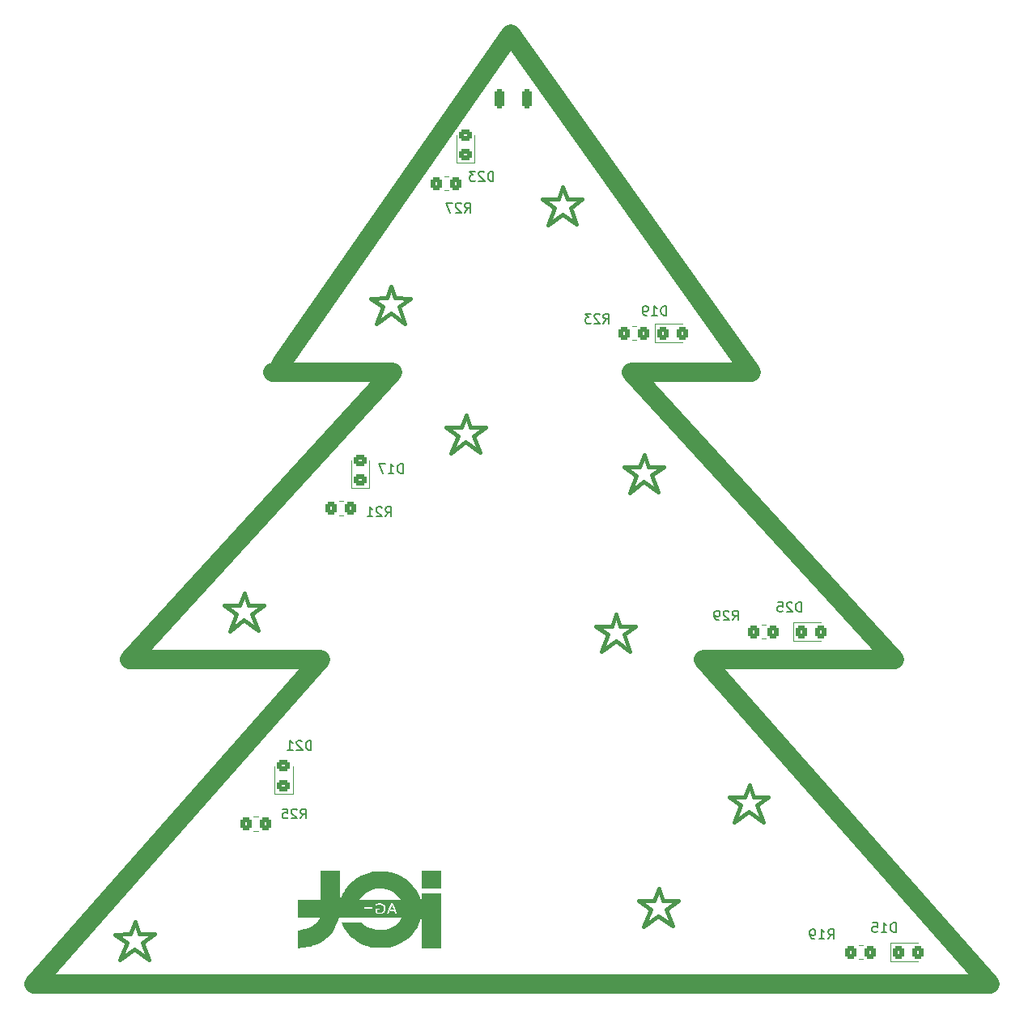
<source format=gbo>
G04 #@! TF.GenerationSoftware,KiCad,Pcbnew,7.0.8*
G04 #@! TF.CreationDate,2024-10-11T08:25:37+02:00*
G04 #@! TF.ProjectId,PCB_Christmas_Tree,5043425f-4368-4726-9973-746d61735f54,rev?*
G04 #@! TF.SameCoordinates,Original*
G04 #@! TF.FileFunction,Legend,Bot*
G04 #@! TF.FilePolarity,Positive*
%FSLAX46Y46*%
G04 Gerber Fmt 4.6, Leading zero omitted, Abs format (unit mm)*
G04 Created by KiCad (PCBNEW 7.0.8) date 2024-10-11 08:25:37*
%MOMM*%
%LPD*%
G01*
G04 APERTURE LIST*
G04 Aperture macros list*
%AMRoundRect*
0 Rectangle with rounded corners*
0 $1 Rounding radius*
0 $2 $3 $4 $5 $6 $7 $8 $9 X,Y pos of 4 corners*
0 Add a 4 corners polygon primitive as box body*
4,1,4,$2,$3,$4,$5,$6,$7,$8,$9,$2,$3,0*
0 Add four circle primitives for the rounded corners*
1,1,$1+$1,$2,$3*
1,1,$1+$1,$4,$5*
1,1,$1+$1,$6,$7*
1,1,$1+$1,$8,$9*
0 Add four rect primitives between the rounded corners*
20,1,$1+$1,$2,$3,$4,$5,0*
20,1,$1+$1,$4,$5,$6,$7,0*
20,1,$1+$1,$6,$7,$8,$9,0*
20,1,$1+$1,$8,$9,$2,$3,0*%
G04 Aperture macros list end*
%ADD10C,0.400000*%
%ADD11C,2.000000*%
%ADD12C,0.150000*%
%ADD13C,0.120000*%
%ADD14R,3.000000X2.000000*%
%ADD15RoundRect,0.250000X0.450000X-0.325000X0.450000X0.325000X-0.450000X0.325000X-0.450000X-0.325000X0*%
%ADD16RoundRect,0.250000X0.350000X0.450000X-0.350000X0.450000X-0.350000X-0.450000X0.350000X-0.450000X0*%
%ADD17RoundRect,0.250000X0.250000X0.750000X-0.250000X0.750000X-0.250000X-0.750000X0.250000X-0.750000X0*%
%ADD18RoundRect,0.250000X-0.325000X-0.450000X0.325000X-0.450000X0.325000X0.450000X-0.325000X0.450000X0*%
G04 APERTURE END LIST*
D10*
X112013000Y-134728000D02*
X113483000Y-135808000D01*
X123543000Y-122288000D02*
X121973000Y-122278000D01*
X57263000Y-135388000D02*
X56803000Y-136648000D01*
X109663000Y-88658000D02*
X108983000Y-90438000D01*
X106723000Y-105328000D02*
X106043000Y-107108000D01*
X92713000Y-84508000D02*
X93913000Y-83618000D01*
X57233000Y-138208000D02*
X58703000Y-139288000D01*
X119413000Y-122298000D02*
X120663000Y-123188000D01*
D11*
X71703000Y-77888000D02*
X84203000Y-77888000D01*
D10*
X102843000Y-60658000D02*
X104043000Y-59768000D01*
X70723000Y-102248000D02*
X69153000Y-102238000D01*
X58083000Y-137548000D02*
X59283000Y-136658000D01*
X91033000Y-84518000D02*
X90353000Y-86298000D01*
X68703000Y-100978000D02*
X68243000Y-102238000D01*
X66593000Y-102258000D02*
X68243000Y-102238000D01*
X121523000Y-121018000D02*
X121973000Y-122278000D01*
X101993000Y-61318000D02*
X100483000Y-62448000D01*
X122343000Y-123178000D02*
X123543000Y-122288000D01*
X99913000Y-59778000D02*
X101563000Y-59758000D01*
X111343000Y-88648000D02*
X112543000Y-87758000D01*
X102023000Y-58498000D02*
X102473000Y-59758000D01*
X57263000Y-135388000D02*
X57713000Y-136648000D01*
X111183000Y-134078000D02*
X110503000Y-135858000D01*
X92713000Y-84508000D02*
X93333000Y-86248000D01*
X89783000Y-83628000D02*
X91433000Y-83608000D01*
X55153000Y-136668000D02*
X56403000Y-137558000D01*
X107553000Y-105978000D02*
X109023000Y-107058000D01*
X58083000Y-137548000D02*
X58703000Y-139288000D01*
X112043000Y-131908000D02*
X112493000Y-133168000D01*
X110523000Y-86488000D02*
X110063000Y-87748000D01*
X122343000Y-123178000D02*
X122963000Y-124918000D01*
D11*
X116703000Y-107888000D02*
X146703000Y-141888000D01*
D10*
X83193000Y-71018000D02*
X82513000Y-72798000D01*
X81943000Y-70128000D02*
X83193000Y-71018000D01*
X68673000Y-103798000D02*
X70143000Y-104878000D01*
D11*
X109203000Y-77888000D02*
X136703000Y-107888000D01*
X84203000Y-77888000D02*
X56703000Y-107888000D01*
D10*
X101163000Y-60668000D02*
X100483000Y-62448000D01*
X108413000Y-87768000D02*
X109663000Y-88658000D01*
D11*
X96595000Y-42455000D02*
X72495000Y-77055000D01*
D10*
X84873000Y-71008000D02*
X85493000Y-72748000D01*
X121523000Y-121018000D02*
X121063000Y-122278000D01*
X81943000Y-70128000D02*
X83593000Y-70108000D01*
X109933000Y-133188000D02*
X111583000Y-133168000D01*
D11*
X146703000Y-141888000D02*
X46703000Y-141888000D01*
D10*
X84023000Y-71668000D02*
X85493000Y-72748000D01*
X108413000Y-87768000D02*
X110063000Y-87748000D01*
X120663000Y-123188000D02*
X119983000Y-124968000D01*
X99913000Y-59778000D02*
X101163000Y-60668000D01*
D11*
X76703000Y-107888000D02*
X46703000Y-141888000D01*
D10*
X112013000Y-134728000D02*
X110503000Y-135858000D01*
X110493000Y-89308000D02*
X111963000Y-90388000D01*
X114063000Y-133178000D02*
X112493000Y-133168000D01*
X89783000Y-83628000D02*
X91033000Y-84518000D01*
X112863000Y-134068000D02*
X114063000Y-133178000D01*
D11*
X76703000Y-107888000D02*
X56703000Y-107888000D01*
D10*
X111343000Y-88648000D02*
X111963000Y-90388000D01*
X105473000Y-104438000D02*
X106723000Y-105328000D01*
X84023000Y-71668000D02*
X82513000Y-72798000D01*
X55153000Y-136668000D02*
X56803000Y-136648000D01*
X102843000Y-60658000D02*
X103463000Y-62398000D01*
X112863000Y-134068000D02*
X113483000Y-135808000D01*
D11*
X96595000Y-42455000D02*
X121703000Y-77888000D01*
D10*
X59283000Y-136658000D02*
X57713000Y-136648000D01*
X91863000Y-85168000D02*
X93333000Y-86248000D01*
X121493000Y-123838000D02*
X122963000Y-124918000D01*
D11*
X136703000Y-107888000D02*
X116703000Y-107888000D01*
D10*
X67843000Y-103148000D02*
X67163000Y-104928000D01*
X57233000Y-138208000D02*
X55723000Y-139338000D01*
X93913000Y-83618000D02*
X92343000Y-83608000D01*
X84053000Y-68848000D02*
X83593000Y-70108000D01*
X119413000Y-122298000D02*
X121063000Y-122278000D01*
X91863000Y-85168000D02*
X90353000Y-86298000D01*
X68703000Y-100978000D02*
X69153000Y-102238000D01*
X102023000Y-58498000D02*
X101563000Y-59758000D01*
X110493000Y-89308000D02*
X108983000Y-90438000D01*
X68673000Y-103798000D02*
X67163000Y-104928000D01*
X56403000Y-137558000D02*
X55723000Y-139338000D01*
X112043000Y-131908000D02*
X111583000Y-133168000D01*
X110523000Y-86488000D02*
X110973000Y-87748000D01*
X86073000Y-70118000D02*
X84503000Y-70108000D01*
X108403000Y-105318000D02*
X109023000Y-107058000D01*
X69523000Y-103138000D02*
X70143000Y-104878000D01*
X107583000Y-103158000D02*
X108033000Y-104418000D01*
X121493000Y-123838000D02*
X119983000Y-124968000D01*
X66593000Y-102258000D02*
X67843000Y-103148000D01*
X109933000Y-133188000D02*
X111183000Y-134078000D01*
D11*
X109203000Y-77888000D02*
X121703000Y-77888000D01*
D10*
X101993000Y-61318000D02*
X103463000Y-62398000D01*
X91893000Y-82348000D02*
X91433000Y-83608000D01*
X105473000Y-104438000D02*
X107123000Y-104418000D01*
X107553000Y-105978000D02*
X106043000Y-107108000D01*
X84053000Y-68848000D02*
X84503000Y-70108000D01*
X107583000Y-103158000D02*
X107123000Y-104418000D01*
X112543000Y-87758000D02*
X110973000Y-87748000D01*
X104043000Y-59768000D02*
X102473000Y-59758000D01*
X108403000Y-105318000D02*
X109603000Y-104428000D01*
X91893000Y-82348000D02*
X92343000Y-83608000D01*
X69523000Y-103138000D02*
X70723000Y-102248000D01*
X109603000Y-104428000D02*
X108033000Y-104418000D01*
X84873000Y-71008000D02*
X86073000Y-70118000D01*
D12*
X94737285Y-57852819D02*
X94737285Y-56852819D01*
X94737285Y-56852819D02*
X94499190Y-56852819D01*
X94499190Y-56852819D02*
X94356333Y-56900438D01*
X94356333Y-56900438D02*
X94261095Y-56995676D01*
X94261095Y-56995676D02*
X94213476Y-57090914D01*
X94213476Y-57090914D02*
X94165857Y-57281390D01*
X94165857Y-57281390D02*
X94165857Y-57424247D01*
X94165857Y-57424247D02*
X94213476Y-57614723D01*
X94213476Y-57614723D02*
X94261095Y-57709961D01*
X94261095Y-57709961D02*
X94356333Y-57805200D01*
X94356333Y-57805200D02*
X94499190Y-57852819D01*
X94499190Y-57852819D02*
X94737285Y-57852819D01*
X93784904Y-56948057D02*
X93737285Y-56900438D01*
X93737285Y-56900438D02*
X93642047Y-56852819D01*
X93642047Y-56852819D02*
X93403952Y-56852819D01*
X93403952Y-56852819D02*
X93308714Y-56900438D01*
X93308714Y-56900438D02*
X93261095Y-56948057D01*
X93261095Y-56948057D02*
X93213476Y-57043295D01*
X93213476Y-57043295D02*
X93213476Y-57138533D01*
X93213476Y-57138533D02*
X93261095Y-57281390D01*
X93261095Y-57281390D02*
X93832523Y-57852819D01*
X93832523Y-57852819D02*
X93213476Y-57852819D01*
X92880142Y-56852819D02*
X92261095Y-56852819D01*
X92261095Y-56852819D02*
X92594428Y-57233771D01*
X92594428Y-57233771D02*
X92451571Y-57233771D01*
X92451571Y-57233771D02*
X92356333Y-57281390D01*
X92356333Y-57281390D02*
X92308714Y-57329009D01*
X92308714Y-57329009D02*
X92261095Y-57424247D01*
X92261095Y-57424247D02*
X92261095Y-57662342D01*
X92261095Y-57662342D02*
X92308714Y-57757580D01*
X92308714Y-57757580D02*
X92356333Y-57805200D01*
X92356333Y-57805200D02*
X92451571Y-57852819D01*
X92451571Y-57852819D02*
X92737285Y-57852819D01*
X92737285Y-57852819D02*
X92832523Y-57805200D01*
X92832523Y-57805200D02*
X92880142Y-57757580D01*
X74565857Y-124552819D02*
X74899190Y-124076628D01*
X75137285Y-124552819D02*
X75137285Y-123552819D01*
X75137285Y-123552819D02*
X74756333Y-123552819D01*
X74756333Y-123552819D02*
X74661095Y-123600438D01*
X74661095Y-123600438D02*
X74613476Y-123648057D01*
X74613476Y-123648057D02*
X74565857Y-123743295D01*
X74565857Y-123743295D02*
X74565857Y-123886152D01*
X74565857Y-123886152D02*
X74613476Y-123981390D01*
X74613476Y-123981390D02*
X74661095Y-124029009D01*
X74661095Y-124029009D02*
X74756333Y-124076628D01*
X74756333Y-124076628D02*
X75137285Y-124076628D01*
X74184904Y-123648057D02*
X74137285Y-123600438D01*
X74137285Y-123600438D02*
X74042047Y-123552819D01*
X74042047Y-123552819D02*
X73803952Y-123552819D01*
X73803952Y-123552819D02*
X73708714Y-123600438D01*
X73708714Y-123600438D02*
X73661095Y-123648057D01*
X73661095Y-123648057D02*
X73613476Y-123743295D01*
X73613476Y-123743295D02*
X73613476Y-123838533D01*
X73613476Y-123838533D02*
X73661095Y-123981390D01*
X73661095Y-123981390D02*
X74232523Y-124552819D01*
X74232523Y-124552819D02*
X73613476Y-124552819D01*
X72708714Y-123552819D02*
X73184904Y-123552819D01*
X73184904Y-123552819D02*
X73232523Y-124029009D01*
X73232523Y-124029009D02*
X73184904Y-123981390D01*
X73184904Y-123981390D02*
X73089666Y-123933771D01*
X73089666Y-123933771D02*
X72851571Y-123933771D01*
X72851571Y-123933771D02*
X72756333Y-123981390D01*
X72756333Y-123981390D02*
X72708714Y-124029009D01*
X72708714Y-124029009D02*
X72661095Y-124124247D01*
X72661095Y-124124247D02*
X72661095Y-124362342D01*
X72661095Y-124362342D02*
X72708714Y-124457580D01*
X72708714Y-124457580D02*
X72756333Y-124505200D01*
X72756333Y-124505200D02*
X72851571Y-124552819D01*
X72851571Y-124552819D02*
X73089666Y-124552819D01*
X73089666Y-124552819D02*
X73184904Y-124505200D01*
X73184904Y-124505200D02*
X73232523Y-124457580D01*
X129765857Y-137152819D02*
X130099190Y-136676628D01*
X130337285Y-137152819D02*
X130337285Y-136152819D01*
X130337285Y-136152819D02*
X129956333Y-136152819D01*
X129956333Y-136152819D02*
X129861095Y-136200438D01*
X129861095Y-136200438D02*
X129813476Y-136248057D01*
X129813476Y-136248057D02*
X129765857Y-136343295D01*
X129765857Y-136343295D02*
X129765857Y-136486152D01*
X129765857Y-136486152D02*
X129813476Y-136581390D01*
X129813476Y-136581390D02*
X129861095Y-136629009D01*
X129861095Y-136629009D02*
X129956333Y-136676628D01*
X129956333Y-136676628D02*
X130337285Y-136676628D01*
X128813476Y-137152819D02*
X129384904Y-137152819D01*
X129099190Y-137152819D02*
X129099190Y-136152819D01*
X129099190Y-136152819D02*
X129194428Y-136295676D01*
X129194428Y-136295676D02*
X129289666Y-136390914D01*
X129289666Y-136390914D02*
X129384904Y-136438533D01*
X128337285Y-137152819D02*
X128146809Y-137152819D01*
X128146809Y-137152819D02*
X128051571Y-137105200D01*
X128051571Y-137105200D02*
X128003952Y-137057580D01*
X128003952Y-137057580D02*
X127908714Y-136914723D01*
X127908714Y-136914723D02*
X127861095Y-136724247D01*
X127861095Y-136724247D02*
X127861095Y-136343295D01*
X127861095Y-136343295D02*
X127908714Y-136248057D01*
X127908714Y-136248057D02*
X127956333Y-136200438D01*
X127956333Y-136200438D02*
X128051571Y-136152819D01*
X128051571Y-136152819D02*
X128242047Y-136152819D01*
X128242047Y-136152819D02*
X128337285Y-136200438D01*
X128337285Y-136200438D02*
X128384904Y-136248057D01*
X128384904Y-136248057D02*
X128432523Y-136343295D01*
X128432523Y-136343295D02*
X128432523Y-136581390D01*
X128432523Y-136581390D02*
X128384904Y-136676628D01*
X128384904Y-136676628D02*
X128337285Y-136724247D01*
X128337285Y-136724247D02*
X128242047Y-136771866D01*
X128242047Y-136771866D02*
X128051571Y-136771866D01*
X128051571Y-136771866D02*
X127956333Y-136724247D01*
X127956333Y-136724247D02*
X127908714Y-136676628D01*
X127908714Y-136676628D02*
X127861095Y-136581390D01*
X106265857Y-72752819D02*
X106599190Y-72276628D01*
X106837285Y-72752819D02*
X106837285Y-71752819D01*
X106837285Y-71752819D02*
X106456333Y-71752819D01*
X106456333Y-71752819D02*
X106361095Y-71800438D01*
X106361095Y-71800438D02*
X106313476Y-71848057D01*
X106313476Y-71848057D02*
X106265857Y-71943295D01*
X106265857Y-71943295D02*
X106265857Y-72086152D01*
X106265857Y-72086152D02*
X106313476Y-72181390D01*
X106313476Y-72181390D02*
X106361095Y-72229009D01*
X106361095Y-72229009D02*
X106456333Y-72276628D01*
X106456333Y-72276628D02*
X106837285Y-72276628D01*
X105884904Y-71848057D02*
X105837285Y-71800438D01*
X105837285Y-71800438D02*
X105742047Y-71752819D01*
X105742047Y-71752819D02*
X105503952Y-71752819D01*
X105503952Y-71752819D02*
X105408714Y-71800438D01*
X105408714Y-71800438D02*
X105361095Y-71848057D01*
X105361095Y-71848057D02*
X105313476Y-71943295D01*
X105313476Y-71943295D02*
X105313476Y-72038533D01*
X105313476Y-72038533D02*
X105361095Y-72181390D01*
X105361095Y-72181390D02*
X105932523Y-72752819D01*
X105932523Y-72752819D02*
X105313476Y-72752819D01*
X104980142Y-71752819D02*
X104361095Y-71752819D01*
X104361095Y-71752819D02*
X104694428Y-72133771D01*
X104694428Y-72133771D02*
X104551571Y-72133771D01*
X104551571Y-72133771D02*
X104456333Y-72181390D01*
X104456333Y-72181390D02*
X104408714Y-72229009D01*
X104408714Y-72229009D02*
X104361095Y-72324247D01*
X104361095Y-72324247D02*
X104361095Y-72562342D01*
X104361095Y-72562342D02*
X104408714Y-72657580D01*
X104408714Y-72657580D02*
X104456333Y-72705200D01*
X104456333Y-72705200D02*
X104551571Y-72752819D01*
X104551571Y-72752819D02*
X104837285Y-72752819D01*
X104837285Y-72752819D02*
X104932523Y-72705200D01*
X104932523Y-72705200D02*
X104980142Y-72657580D01*
X119765857Y-103804819D02*
X120099190Y-103328628D01*
X120337285Y-103804819D02*
X120337285Y-102804819D01*
X120337285Y-102804819D02*
X119956333Y-102804819D01*
X119956333Y-102804819D02*
X119861095Y-102852438D01*
X119861095Y-102852438D02*
X119813476Y-102900057D01*
X119813476Y-102900057D02*
X119765857Y-102995295D01*
X119765857Y-102995295D02*
X119765857Y-103138152D01*
X119765857Y-103138152D02*
X119813476Y-103233390D01*
X119813476Y-103233390D02*
X119861095Y-103281009D01*
X119861095Y-103281009D02*
X119956333Y-103328628D01*
X119956333Y-103328628D02*
X120337285Y-103328628D01*
X119384904Y-102900057D02*
X119337285Y-102852438D01*
X119337285Y-102852438D02*
X119242047Y-102804819D01*
X119242047Y-102804819D02*
X119003952Y-102804819D01*
X119003952Y-102804819D02*
X118908714Y-102852438D01*
X118908714Y-102852438D02*
X118861095Y-102900057D01*
X118861095Y-102900057D02*
X118813476Y-102995295D01*
X118813476Y-102995295D02*
X118813476Y-103090533D01*
X118813476Y-103090533D02*
X118861095Y-103233390D01*
X118861095Y-103233390D02*
X119432523Y-103804819D01*
X119432523Y-103804819D02*
X118813476Y-103804819D01*
X118337285Y-103804819D02*
X118146809Y-103804819D01*
X118146809Y-103804819D02*
X118051571Y-103757200D01*
X118051571Y-103757200D02*
X118003952Y-103709580D01*
X118003952Y-103709580D02*
X117908714Y-103566723D01*
X117908714Y-103566723D02*
X117861095Y-103376247D01*
X117861095Y-103376247D02*
X117861095Y-102995295D01*
X117861095Y-102995295D02*
X117908714Y-102900057D01*
X117908714Y-102900057D02*
X117956333Y-102852438D01*
X117956333Y-102852438D02*
X118051571Y-102804819D01*
X118051571Y-102804819D02*
X118242047Y-102804819D01*
X118242047Y-102804819D02*
X118337285Y-102852438D01*
X118337285Y-102852438D02*
X118384904Y-102900057D01*
X118384904Y-102900057D02*
X118432523Y-102995295D01*
X118432523Y-102995295D02*
X118432523Y-103233390D01*
X118432523Y-103233390D02*
X118384904Y-103328628D01*
X118384904Y-103328628D02*
X118337285Y-103376247D01*
X118337285Y-103376247D02*
X118242047Y-103423866D01*
X118242047Y-103423866D02*
X118051571Y-103423866D01*
X118051571Y-103423866D02*
X117956333Y-103376247D01*
X117956333Y-103376247D02*
X117908714Y-103328628D01*
X117908714Y-103328628D02*
X117861095Y-103233390D01*
X126939285Y-102914819D02*
X126939285Y-101914819D01*
X126939285Y-101914819D02*
X126701190Y-101914819D01*
X126701190Y-101914819D02*
X126558333Y-101962438D01*
X126558333Y-101962438D02*
X126463095Y-102057676D01*
X126463095Y-102057676D02*
X126415476Y-102152914D01*
X126415476Y-102152914D02*
X126367857Y-102343390D01*
X126367857Y-102343390D02*
X126367857Y-102486247D01*
X126367857Y-102486247D02*
X126415476Y-102676723D01*
X126415476Y-102676723D02*
X126463095Y-102771961D01*
X126463095Y-102771961D02*
X126558333Y-102867200D01*
X126558333Y-102867200D02*
X126701190Y-102914819D01*
X126701190Y-102914819D02*
X126939285Y-102914819D01*
X125986904Y-102010057D02*
X125939285Y-101962438D01*
X125939285Y-101962438D02*
X125844047Y-101914819D01*
X125844047Y-101914819D02*
X125605952Y-101914819D01*
X125605952Y-101914819D02*
X125510714Y-101962438D01*
X125510714Y-101962438D02*
X125463095Y-102010057D01*
X125463095Y-102010057D02*
X125415476Y-102105295D01*
X125415476Y-102105295D02*
X125415476Y-102200533D01*
X125415476Y-102200533D02*
X125463095Y-102343390D01*
X125463095Y-102343390D02*
X126034523Y-102914819D01*
X126034523Y-102914819D02*
X125415476Y-102914819D01*
X124510714Y-101914819D02*
X124986904Y-101914819D01*
X124986904Y-101914819D02*
X125034523Y-102391009D01*
X125034523Y-102391009D02*
X124986904Y-102343390D01*
X124986904Y-102343390D02*
X124891666Y-102295771D01*
X124891666Y-102295771D02*
X124653571Y-102295771D01*
X124653571Y-102295771D02*
X124558333Y-102343390D01*
X124558333Y-102343390D02*
X124510714Y-102391009D01*
X124510714Y-102391009D02*
X124463095Y-102486247D01*
X124463095Y-102486247D02*
X124463095Y-102724342D01*
X124463095Y-102724342D02*
X124510714Y-102819580D01*
X124510714Y-102819580D02*
X124558333Y-102867200D01*
X124558333Y-102867200D02*
X124653571Y-102914819D01*
X124653571Y-102914819D02*
X124891666Y-102914819D01*
X124891666Y-102914819D02*
X124986904Y-102867200D01*
X124986904Y-102867200D02*
X125034523Y-102819580D01*
X83465857Y-92952819D02*
X83799190Y-92476628D01*
X84037285Y-92952819D02*
X84037285Y-91952819D01*
X84037285Y-91952819D02*
X83656333Y-91952819D01*
X83656333Y-91952819D02*
X83561095Y-92000438D01*
X83561095Y-92000438D02*
X83513476Y-92048057D01*
X83513476Y-92048057D02*
X83465857Y-92143295D01*
X83465857Y-92143295D02*
X83465857Y-92286152D01*
X83465857Y-92286152D02*
X83513476Y-92381390D01*
X83513476Y-92381390D02*
X83561095Y-92429009D01*
X83561095Y-92429009D02*
X83656333Y-92476628D01*
X83656333Y-92476628D02*
X84037285Y-92476628D01*
X83084904Y-92048057D02*
X83037285Y-92000438D01*
X83037285Y-92000438D02*
X82942047Y-91952819D01*
X82942047Y-91952819D02*
X82703952Y-91952819D01*
X82703952Y-91952819D02*
X82608714Y-92000438D01*
X82608714Y-92000438D02*
X82561095Y-92048057D01*
X82561095Y-92048057D02*
X82513476Y-92143295D01*
X82513476Y-92143295D02*
X82513476Y-92238533D01*
X82513476Y-92238533D02*
X82561095Y-92381390D01*
X82561095Y-92381390D02*
X83132523Y-92952819D01*
X83132523Y-92952819D02*
X82513476Y-92952819D01*
X81561095Y-92952819D02*
X82132523Y-92952819D01*
X81846809Y-92952819D02*
X81846809Y-91952819D01*
X81846809Y-91952819D02*
X81942047Y-92095676D01*
X81942047Y-92095676D02*
X82037285Y-92190914D01*
X82037285Y-92190914D02*
X82132523Y-92238533D01*
X85283285Y-88436819D02*
X85283285Y-87436819D01*
X85283285Y-87436819D02*
X85045190Y-87436819D01*
X85045190Y-87436819D02*
X84902333Y-87484438D01*
X84902333Y-87484438D02*
X84807095Y-87579676D01*
X84807095Y-87579676D02*
X84759476Y-87674914D01*
X84759476Y-87674914D02*
X84711857Y-87865390D01*
X84711857Y-87865390D02*
X84711857Y-88008247D01*
X84711857Y-88008247D02*
X84759476Y-88198723D01*
X84759476Y-88198723D02*
X84807095Y-88293961D01*
X84807095Y-88293961D02*
X84902333Y-88389200D01*
X84902333Y-88389200D02*
X85045190Y-88436819D01*
X85045190Y-88436819D02*
X85283285Y-88436819D01*
X83759476Y-88436819D02*
X84330904Y-88436819D01*
X84045190Y-88436819D02*
X84045190Y-87436819D01*
X84045190Y-87436819D02*
X84140428Y-87579676D01*
X84140428Y-87579676D02*
X84235666Y-87674914D01*
X84235666Y-87674914D02*
X84330904Y-87722533D01*
X83426142Y-87436819D02*
X82759476Y-87436819D01*
X82759476Y-87436819D02*
X83188047Y-88436819D01*
X136845285Y-136442819D02*
X136845285Y-135442819D01*
X136845285Y-135442819D02*
X136607190Y-135442819D01*
X136607190Y-135442819D02*
X136464333Y-135490438D01*
X136464333Y-135490438D02*
X136369095Y-135585676D01*
X136369095Y-135585676D02*
X136321476Y-135680914D01*
X136321476Y-135680914D02*
X136273857Y-135871390D01*
X136273857Y-135871390D02*
X136273857Y-136014247D01*
X136273857Y-136014247D02*
X136321476Y-136204723D01*
X136321476Y-136204723D02*
X136369095Y-136299961D01*
X136369095Y-136299961D02*
X136464333Y-136395200D01*
X136464333Y-136395200D02*
X136607190Y-136442819D01*
X136607190Y-136442819D02*
X136845285Y-136442819D01*
X135321476Y-136442819D02*
X135892904Y-136442819D01*
X135607190Y-136442819D02*
X135607190Y-135442819D01*
X135607190Y-135442819D02*
X135702428Y-135585676D01*
X135702428Y-135585676D02*
X135797666Y-135680914D01*
X135797666Y-135680914D02*
X135892904Y-135728533D01*
X134416714Y-135442819D02*
X134892904Y-135442819D01*
X134892904Y-135442819D02*
X134940523Y-135919009D01*
X134940523Y-135919009D02*
X134892904Y-135871390D01*
X134892904Y-135871390D02*
X134797666Y-135823771D01*
X134797666Y-135823771D02*
X134559571Y-135823771D01*
X134559571Y-135823771D02*
X134464333Y-135871390D01*
X134464333Y-135871390D02*
X134416714Y-135919009D01*
X134416714Y-135919009D02*
X134369095Y-136014247D01*
X134369095Y-136014247D02*
X134369095Y-136252342D01*
X134369095Y-136252342D02*
X134416714Y-136347580D01*
X134416714Y-136347580D02*
X134464333Y-136395200D01*
X134464333Y-136395200D02*
X134559571Y-136442819D01*
X134559571Y-136442819D02*
X134797666Y-136442819D01*
X134797666Y-136442819D02*
X134892904Y-136395200D01*
X134892904Y-136395200D02*
X134940523Y-136347580D01*
X75687285Y-117392819D02*
X75687285Y-116392819D01*
X75687285Y-116392819D02*
X75449190Y-116392819D01*
X75449190Y-116392819D02*
X75306333Y-116440438D01*
X75306333Y-116440438D02*
X75211095Y-116535676D01*
X75211095Y-116535676D02*
X75163476Y-116630914D01*
X75163476Y-116630914D02*
X75115857Y-116821390D01*
X75115857Y-116821390D02*
X75115857Y-116964247D01*
X75115857Y-116964247D02*
X75163476Y-117154723D01*
X75163476Y-117154723D02*
X75211095Y-117249961D01*
X75211095Y-117249961D02*
X75306333Y-117345200D01*
X75306333Y-117345200D02*
X75449190Y-117392819D01*
X75449190Y-117392819D02*
X75687285Y-117392819D01*
X74734904Y-116488057D02*
X74687285Y-116440438D01*
X74687285Y-116440438D02*
X74592047Y-116392819D01*
X74592047Y-116392819D02*
X74353952Y-116392819D01*
X74353952Y-116392819D02*
X74258714Y-116440438D01*
X74258714Y-116440438D02*
X74211095Y-116488057D01*
X74211095Y-116488057D02*
X74163476Y-116583295D01*
X74163476Y-116583295D02*
X74163476Y-116678533D01*
X74163476Y-116678533D02*
X74211095Y-116821390D01*
X74211095Y-116821390D02*
X74782523Y-117392819D01*
X74782523Y-117392819D02*
X74163476Y-117392819D01*
X73211095Y-117392819D02*
X73782523Y-117392819D01*
X73496809Y-117392819D02*
X73496809Y-116392819D01*
X73496809Y-116392819D02*
X73592047Y-116535676D01*
X73592047Y-116535676D02*
X73687285Y-116630914D01*
X73687285Y-116630914D02*
X73782523Y-116678533D01*
X112837285Y-71926819D02*
X112837285Y-70926819D01*
X112837285Y-70926819D02*
X112599190Y-70926819D01*
X112599190Y-70926819D02*
X112456333Y-70974438D01*
X112456333Y-70974438D02*
X112361095Y-71069676D01*
X112361095Y-71069676D02*
X112313476Y-71164914D01*
X112313476Y-71164914D02*
X112265857Y-71355390D01*
X112265857Y-71355390D02*
X112265857Y-71498247D01*
X112265857Y-71498247D02*
X112313476Y-71688723D01*
X112313476Y-71688723D02*
X112361095Y-71783961D01*
X112361095Y-71783961D02*
X112456333Y-71879200D01*
X112456333Y-71879200D02*
X112599190Y-71926819D01*
X112599190Y-71926819D02*
X112837285Y-71926819D01*
X111313476Y-71926819D02*
X111884904Y-71926819D01*
X111599190Y-71926819D02*
X111599190Y-70926819D01*
X111599190Y-70926819D02*
X111694428Y-71069676D01*
X111694428Y-71069676D02*
X111789666Y-71164914D01*
X111789666Y-71164914D02*
X111884904Y-71212533D01*
X110837285Y-71926819D02*
X110646809Y-71926819D01*
X110646809Y-71926819D02*
X110551571Y-71879200D01*
X110551571Y-71879200D02*
X110503952Y-71831580D01*
X110503952Y-71831580D02*
X110408714Y-71688723D01*
X110408714Y-71688723D02*
X110361095Y-71498247D01*
X110361095Y-71498247D02*
X110361095Y-71117295D01*
X110361095Y-71117295D02*
X110408714Y-71022057D01*
X110408714Y-71022057D02*
X110456333Y-70974438D01*
X110456333Y-70974438D02*
X110551571Y-70926819D01*
X110551571Y-70926819D02*
X110742047Y-70926819D01*
X110742047Y-70926819D02*
X110837285Y-70974438D01*
X110837285Y-70974438D02*
X110884904Y-71022057D01*
X110884904Y-71022057D02*
X110932523Y-71117295D01*
X110932523Y-71117295D02*
X110932523Y-71355390D01*
X110932523Y-71355390D02*
X110884904Y-71450628D01*
X110884904Y-71450628D02*
X110837285Y-71498247D01*
X110837285Y-71498247D02*
X110742047Y-71545866D01*
X110742047Y-71545866D02*
X110551571Y-71545866D01*
X110551571Y-71545866D02*
X110456333Y-71498247D01*
X110456333Y-71498247D02*
X110408714Y-71450628D01*
X110408714Y-71450628D02*
X110361095Y-71355390D01*
X91765857Y-61152819D02*
X92099190Y-60676628D01*
X92337285Y-61152819D02*
X92337285Y-60152819D01*
X92337285Y-60152819D02*
X91956333Y-60152819D01*
X91956333Y-60152819D02*
X91861095Y-60200438D01*
X91861095Y-60200438D02*
X91813476Y-60248057D01*
X91813476Y-60248057D02*
X91765857Y-60343295D01*
X91765857Y-60343295D02*
X91765857Y-60486152D01*
X91765857Y-60486152D02*
X91813476Y-60581390D01*
X91813476Y-60581390D02*
X91861095Y-60629009D01*
X91861095Y-60629009D02*
X91956333Y-60676628D01*
X91956333Y-60676628D02*
X92337285Y-60676628D01*
X91384904Y-60248057D02*
X91337285Y-60200438D01*
X91337285Y-60200438D02*
X91242047Y-60152819D01*
X91242047Y-60152819D02*
X91003952Y-60152819D01*
X91003952Y-60152819D02*
X90908714Y-60200438D01*
X90908714Y-60200438D02*
X90861095Y-60248057D01*
X90861095Y-60248057D02*
X90813476Y-60343295D01*
X90813476Y-60343295D02*
X90813476Y-60438533D01*
X90813476Y-60438533D02*
X90861095Y-60581390D01*
X90861095Y-60581390D02*
X91432523Y-61152819D01*
X91432523Y-61152819D02*
X90813476Y-61152819D01*
X90480142Y-60152819D02*
X89813476Y-60152819D01*
X89813476Y-60152819D02*
X90242047Y-61152819D01*
D13*
X90863000Y-55933000D02*
X90863000Y-53073000D01*
X92783000Y-55933000D02*
X90863000Y-55933000D01*
X92783000Y-53073000D02*
X92783000Y-55933000D01*
X70137564Y-125833000D02*
X69683436Y-125833000D01*
X70137564Y-124363000D02*
X69683436Y-124363000D01*
X133398064Y-139263000D02*
X132943936Y-139263000D01*
X133398064Y-137793000D02*
X132943936Y-137793000D01*
X109696064Y-74493000D02*
X109241936Y-74493000D01*
X109696064Y-73023000D02*
X109241936Y-73023000D01*
X123238064Y-105735000D02*
X122783936Y-105735000D01*
X123238064Y-104265000D02*
X122783936Y-104265000D01*
G36*
X89261326Y-130961563D02*
G01*
X89261326Y-131869930D01*
X88250125Y-131869930D01*
X87238924Y-131869930D01*
X87238924Y-130961563D01*
X87238924Y-130053196D01*
X88250125Y-130053196D01*
X89261326Y-130053196D01*
X89261326Y-130961563D01*
G37*
G36*
X84155842Y-133599959D02*
G01*
X84183728Y-133656202D01*
X84200491Y-133699115D01*
X84240836Y-133801517D01*
X84287021Y-133918041D01*
X84358572Y-134098000D01*
X84153404Y-134098000D01*
X84060327Y-134096570D01*
X83979385Y-134091838D01*
X83948236Y-134084942D01*
X83950702Y-134074127D01*
X83971151Y-134013364D01*
X84006060Y-133918092D01*
X84047849Y-133808097D01*
X84088940Y-133703166D01*
X84121753Y-133623086D01*
X84138710Y-133587646D01*
X84155842Y-133599959D01*
G37*
G36*
X87196968Y-133206772D02*
G01*
X87201269Y-133220660D01*
X87213983Y-133244767D01*
X87223121Y-133224669D01*
X87229317Y-133154279D01*
X87233207Y-133027513D01*
X87235425Y-132838284D01*
X87238924Y-132349822D01*
X88250125Y-132349822D01*
X89261326Y-132349822D01*
X89261326Y-134493788D01*
X89261326Y-135246313D01*
X89261326Y-138142805D01*
X88250125Y-138142805D01*
X87238924Y-138142805D01*
X87237037Y-136454613D01*
X87235149Y-134766421D01*
X87168097Y-135022546D01*
X87025678Y-135467531D01*
X86811126Y-135936803D01*
X86541910Y-136366153D01*
X86219528Y-136754219D01*
X85845477Y-137099639D01*
X85421255Y-137401053D01*
X84948360Y-137657098D01*
X84428289Y-137866412D01*
X83862541Y-138027634D01*
X83782149Y-138044805D01*
X83663740Y-138063771D01*
X83529853Y-138076797D01*
X83367233Y-138084727D01*
X83162620Y-138088405D01*
X82902757Y-138088672D01*
X82843196Y-138088418D01*
X82618245Y-138086666D01*
X82443902Y-138082802D01*
X82305538Y-138075370D01*
X82188522Y-138062914D01*
X82078226Y-138043979D01*
X81960020Y-138017109D01*
X81819275Y-137980847D01*
X81469349Y-137875644D01*
X80982903Y-137679119D01*
X80538693Y-137433744D01*
X80130242Y-137136279D01*
X80018537Y-137040057D01*
X79831426Y-136864056D01*
X79656987Y-136683330D01*
X79517031Y-136519805D01*
X79443121Y-136425979D01*
X79367716Y-136331274D01*
X79361729Y-136323726D01*
X79273996Y-136199098D01*
X79170242Y-136031504D01*
X79061305Y-135839216D01*
X78958023Y-135640510D01*
X78847837Y-135417703D01*
X79912972Y-135408637D01*
X80978106Y-135399571D01*
X81073744Y-135515596D01*
X81159795Y-135607246D01*
X81365028Y-135769081D01*
X81619658Y-135916045D01*
X81911418Y-136042396D01*
X82228043Y-136142391D01*
X82557270Y-136210286D01*
X82755357Y-136232025D01*
X83157484Y-136230194D01*
X83557515Y-136170691D01*
X83940251Y-136056324D01*
X84290490Y-135889903D01*
X84330635Y-135865455D01*
X84502248Y-135741595D01*
X84680084Y-135587624D01*
X84847756Y-135419662D01*
X84988878Y-135253827D01*
X85087067Y-135106239D01*
X85180419Y-134931887D01*
X83150360Y-134909173D01*
X83019811Y-134907739D01*
X82596955Y-134903426D01*
X82159573Y-134899419D01*
X81719534Y-134895800D01*
X81288707Y-134892651D01*
X80878958Y-134890057D01*
X80502155Y-134888099D01*
X80170167Y-134886861D01*
X79894862Y-134886426D01*
X78669423Y-134886394D01*
X78666203Y-134757852D01*
X78663310Y-134705128D01*
X78655877Y-134694471D01*
X78641749Y-134741881D01*
X78618520Y-134852116D01*
X78599725Y-134939465D01*
X78486954Y-135326732D01*
X78329945Y-135716013D01*
X78138997Y-136084221D01*
X77924407Y-136408271D01*
X77687448Y-136690494D01*
X77325363Y-137037350D01*
X76918649Y-137345834D01*
X76478489Y-137607705D01*
X76016066Y-137814722D01*
X75934699Y-137844055D01*
X75634819Y-137935288D01*
X75311279Y-138012195D01*
X74992079Y-138068709D01*
X74705225Y-138098762D01*
X74350395Y-138118856D01*
X74350395Y-137190652D01*
X74350395Y-136262447D01*
X74547494Y-136239915D01*
X74583733Y-136235603D01*
X75026068Y-136152576D01*
X75423308Y-136018329D01*
X75776276Y-135832516D01*
X76085798Y-135594793D01*
X76088639Y-135592184D01*
X76195604Y-135485045D01*
X76306103Y-135360030D01*
X76409888Y-135230561D01*
X76496709Y-135110057D01*
X76556318Y-135011942D01*
X76578465Y-134949636D01*
X76565450Y-134945220D01*
X76493822Y-134938592D01*
X76366711Y-134932699D01*
X76192166Y-134927751D01*
X75978238Y-134923958D01*
X75732976Y-134921529D01*
X75464430Y-134920672D01*
X74350395Y-134920672D01*
X74350395Y-133995166D01*
X74350395Y-133960888D01*
X81240274Y-133960888D01*
X81240404Y-134098099D01*
X81241689Y-134264860D01*
X81245377Y-134379179D01*
X81252702Y-134450920D01*
X81264897Y-134489950D01*
X81283195Y-134506134D01*
X81308830Y-134509336D01*
X81321170Y-134508933D01*
X81351447Y-134497830D01*
X81368383Y-134460819D01*
X81375766Y-134383696D01*
X81377386Y-134252251D01*
X81377386Y-133995166D01*
X81685888Y-133995166D01*
X81994390Y-133995166D01*
X81994390Y-134252251D01*
X81994497Y-134298528D01*
X81997458Y-134412067D01*
X82007328Y-134475577D01*
X82027894Y-134503264D01*
X82062946Y-134509336D01*
X82080097Y-134508294D01*
X82100942Y-134498016D01*
X82115232Y-134468509D01*
X82124200Y-134409908D01*
X82129079Y-134312348D01*
X82130608Y-134201683D01*
X82440004Y-134201683D01*
X82440149Y-134257744D01*
X82443763Y-134362540D01*
X82456729Y-134422779D01*
X82484935Y-134455771D01*
X82534268Y-134478822D01*
X82567984Y-134489629D01*
X82677420Y-134512807D01*
X82799923Y-134527848D01*
X82845224Y-134530370D01*
X83066399Y-134513842D01*
X83066654Y-134513747D01*
X83606935Y-134513747D01*
X83697817Y-134502972D01*
X83749622Y-134489066D01*
X83797022Y-134441960D01*
X83837506Y-134345134D01*
X83886314Y-134198070D01*
X84148652Y-134208022D01*
X84410989Y-134217973D01*
X84461349Y-134363655D01*
X84490478Y-134436650D01*
X84533306Y-134493751D01*
X84589892Y-134509336D01*
X84638886Y-134505882D01*
X84668074Y-134493788D01*
X84661533Y-134473289D01*
X84633720Y-134397848D01*
X84587882Y-134277478D01*
X84528158Y-134123026D01*
X84458690Y-133945340D01*
X84454606Y-133934945D01*
X84378500Y-133742217D01*
X84321802Y-133603888D01*
X84279144Y-133510948D01*
X84245163Y-133454387D01*
X84214491Y-133425193D01*
X84181765Y-133414358D01*
X84141619Y-133412869D01*
X84120052Y-133412677D01*
X84091504Y-133414334D01*
X84066175Y-133424471D01*
X84040550Y-133450012D01*
X84011111Y-133497880D01*
X83974340Y-133574998D01*
X83926721Y-133688290D01*
X83864736Y-133844680D01*
X83813139Y-133978027D01*
X83784868Y-134051089D01*
X83683599Y-134314443D01*
X83606935Y-134513747D01*
X83066654Y-134513747D01*
X83243510Y-134447986D01*
X83373635Y-134335160D01*
X83453852Y-134177721D01*
X83481241Y-133978027D01*
X83473490Y-133865124D01*
X83418001Y-133687009D01*
X83310212Y-133552801D01*
X83151453Y-133463875D01*
X82943051Y-133421604D01*
X82848903Y-133418188D01*
X82703054Y-133425117D01*
X82585685Y-133444217D01*
X82497535Y-133473616D01*
X82451485Y-133510832D01*
X82440004Y-133568012D01*
X82441373Y-133613225D01*
X82455775Y-133645381D01*
X82498946Y-133638662D01*
X82586585Y-133596072D01*
X82708529Y-133554255D01*
X82870931Y-133539421D01*
X83029152Y-133559955D01*
X83155383Y-133614933D01*
X83255102Y-133722421D01*
X83310473Y-133864416D01*
X83317018Y-134020102D01*
X83274062Y-134171333D01*
X83180927Y-134299961D01*
X83155900Y-134320439D01*
X83029922Y-134378374D01*
X82870055Y-134403701D01*
X82699260Y-134392032D01*
X82675416Y-134387394D01*
X82608754Y-134365482D01*
X82582013Y-134322021D01*
X82577116Y-134233559D01*
X82577116Y-134098000D01*
X82731367Y-134098000D01*
X82742448Y-134097974D01*
X82833617Y-134092545D01*
X82875525Y-134072286D01*
X82885618Y-134029444D01*
X82879637Y-133994102D01*
X82850616Y-133972542D01*
X82783390Y-133963025D01*
X82662811Y-133960888D01*
X82440004Y-133960888D01*
X82440004Y-134201683D01*
X82130608Y-134201683D01*
X82131101Y-134165963D01*
X82131502Y-133960888D01*
X82131371Y-133823677D01*
X82130087Y-133656917D01*
X82126398Y-133542598D01*
X82119073Y-133470856D01*
X82106878Y-133431826D01*
X82088580Y-133415642D01*
X82062946Y-133412440D01*
X82027603Y-133418421D01*
X82006044Y-133447442D01*
X81996526Y-133514668D01*
X81994390Y-133635247D01*
X81994390Y-133858054D01*
X81685888Y-133858054D01*
X81377386Y-133858054D01*
X81377386Y-133635247D01*
X81375546Y-133520384D01*
X81366616Y-133450316D01*
X81345931Y-133419384D01*
X81308830Y-133412440D01*
X81291678Y-133413483D01*
X81270833Y-133423761D01*
X81256543Y-133453267D01*
X81247576Y-133511868D01*
X81242697Y-133609429D01*
X81240674Y-133755814D01*
X81240274Y-133960888D01*
X74350395Y-133960888D01*
X74350395Y-133069660D01*
X75515847Y-133069660D01*
X76681299Y-133069660D01*
X76681299Y-131561428D01*
X76681299Y-130053196D01*
X77692500Y-130053196D01*
X78703701Y-130053196D01*
X78707201Y-131724249D01*
X78707211Y-131729268D01*
X78708561Y-132138250D01*
X78710771Y-132481004D01*
X78713898Y-132759825D01*
X78717997Y-132977011D01*
X78723127Y-133134858D01*
X78729342Y-133235662D01*
X78736699Y-133281720D01*
X78745255Y-133275328D01*
X78815890Y-133038779D01*
X80760382Y-133038779D01*
X80786412Y-133043972D01*
X80876405Y-133049449D01*
X81026196Y-133054411D01*
X81231128Y-133058793D01*
X81486543Y-133062528D01*
X81787785Y-133065548D01*
X82130196Y-133067788D01*
X82509118Y-133069181D01*
X82919896Y-133069660D01*
X83005386Y-133069644D01*
X83379002Y-133069171D01*
X83730318Y-133068091D01*
X84053549Y-133066459D01*
X84342916Y-133064334D01*
X84592636Y-133061773D01*
X84796927Y-133058832D01*
X84950007Y-133055569D01*
X85046096Y-133052041D01*
X85079410Y-133048305D01*
X85078448Y-133044578D01*
X85052285Y-132998267D01*
X84997627Y-132914897D01*
X84924232Y-132809487D01*
X84905316Y-132783467D01*
X84666818Y-132517937D01*
X84374688Y-132290731D01*
X84033974Y-132105196D01*
X83649725Y-131964678D01*
X83558686Y-131941727D01*
X83300385Y-131901449D01*
X83010698Y-131883723D01*
X82713300Y-131888534D01*
X82431865Y-131915863D01*
X82190066Y-131965695D01*
X81819904Y-132099015D01*
X81470976Y-132286974D01*
X81169102Y-132520746D01*
X80918476Y-132797585D01*
X80903458Y-132817703D01*
X80830818Y-132919413D01*
X80779703Y-132998328D01*
X80760382Y-133038779D01*
X78815890Y-133038779D01*
X78822448Y-133016817D01*
X78908999Y-132757333D01*
X78996655Y-132534542D01*
X79092739Y-132331736D01*
X79204571Y-132132209D01*
X79339471Y-131919254D01*
X79356531Y-131893648D01*
X79675547Y-131478559D01*
X80041018Y-131113532D01*
X80451721Y-130799387D01*
X80906431Y-130536949D01*
X81403923Y-130327039D01*
X81942973Y-130170481D01*
X82082976Y-130139259D01*
X82230608Y-130111217D01*
X82370849Y-130092413D01*
X82522679Y-130080978D01*
X82705081Y-130075049D01*
X82937035Y-130072758D01*
X83058120Y-130072576D01*
X83269438Y-130075024D01*
X83439097Y-130082533D01*
X83585254Y-130096596D01*
X83726063Y-130118709D01*
X83879680Y-130150367D01*
X84113304Y-130208708D01*
X84624212Y-130382775D01*
X85107114Y-130611965D01*
X85556366Y-130892014D01*
X85966325Y-131218657D01*
X86331348Y-131587632D01*
X86645793Y-131994673D01*
X86904014Y-132435517D01*
X86925950Y-132480177D01*
X87068767Y-132816922D01*
X87144857Y-133048305D01*
X87196968Y-133206772D01*
G37*
X126151000Y-104040000D02*
X129011000Y-104040000D01*
X126151000Y-105960000D02*
X126151000Y-104040000D01*
X129011000Y-105960000D02*
X126151000Y-105960000D01*
X79050064Y-92808000D02*
X78595936Y-92808000D01*
X79050064Y-91338000D02*
X78595936Y-91338000D01*
X79863000Y-89958000D02*
X79863000Y-87098000D01*
X81783000Y-89958000D02*
X79863000Y-89958000D01*
X81783000Y-87098000D02*
X81783000Y-89958000D01*
X136311000Y-137568000D02*
X139171000Y-137568000D01*
X136311000Y-139488000D02*
X136311000Y-137568000D01*
X139171000Y-139488000D02*
X136311000Y-139488000D01*
X71863000Y-121933000D02*
X71863000Y-119073000D01*
X73783000Y-121933000D02*
X71863000Y-121933000D01*
X73783000Y-119073000D02*
X73783000Y-121933000D01*
X111673000Y-72798000D02*
X114533000Y-72798000D01*
X111673000Y-74718000D02*
X111673000Y-72798000D01*
X114533000Y-74718000D02*
X111673000Y-74718000D01*
X90050064Y-58833000D02*
X89595936Y-58833000D01*
X90050064Y-57363000D02*
X89595936Y-57363000D01*
%LPC*%
D14*
X94823000Y-94208000D03*
X94823000Y-97510000D03*
X94823000Y-100812000D03*
X94823000Y-103860000D03*
D15*
X91823000Y-55098000D03*
X91823000Y-53048000D03*
D16*
X70910500Y-125098000D03*
X68910500Y-125098000D03*
X134171000Y-138528000D03*
X132171000Y-138528000D03*
X110469000Y-73758000D03*
X108469000Y-73758000D03*
X124011000Y-105000000D03*
X122011000Y-105000000D03*
D17*
X98293000Y-49247000D03*
D18*
X126986000Y-105000000D03*
X129036000Y-105000000D03*
D16*
X79823000Y-92073000D03*
X77823000Y-92073000D03*
D15*
X80823000Y-89123000D03*
X80823000Y-87073000D03*
D18*
X137146000Y-138528000D03*
X139196000Y-138528000D03*
D17*
X95372000Y-49247000D03*
D15*
X72823000Y-121098000D03*
X72823000Y-119048000D03*
D18*
X112508000Y-73758000D03*
X114558000Y-73758000D03*
D16*
X90823000Y-58098000D03*
X88823000Y-58098000D03*
%LPD*%
M02*

</source>
